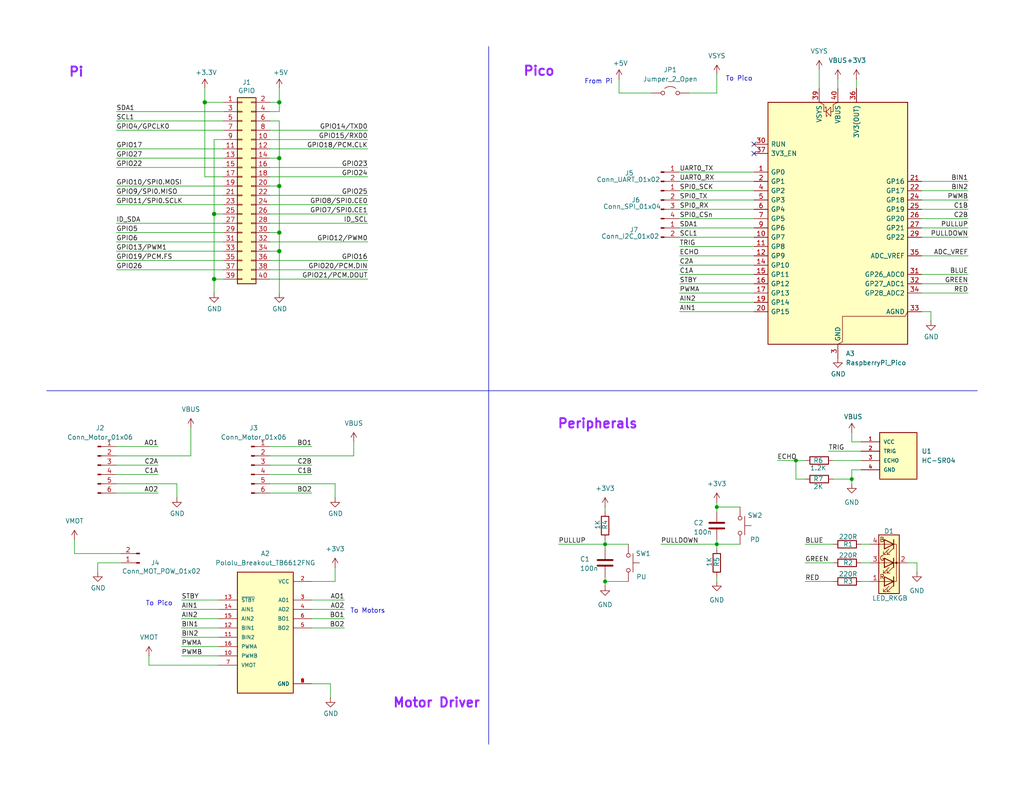
<source format=kicad_sch>
(kicad_sch (version 20250114) (generator "eeschema") (generator_version "9.0")
  (paper "USLetter")
  (title_block (title "R1B Motor Controller") (date "2025-07-20") (rev "0") (company "UCA"))
  (lib_symbols
    (symbol "Connector:Conn_01x02_Pin" (pin_names (offset 1.016) (hide yes))
      (property "Reference" "J" (at 0 2.54 0))
      (property "Value" "Conn_01x02_Pin" (at 0 -5.08 0))
      (symbol "Conn_01x02_Pin_1_1"
        (rectangle (start 0.8636 0.127) (end 0 -0.127) (stroke (width 0.1524)) (fill (type outline)))
        (rectangle (start 0.8636 -2.413) (end 0 -2.667) (stroke (width 0.1524)) (fill (type outline)))
        (polyline (pts (xy 1.27 0) (xy 0.8636 0)) (stroke (width 0.1524)))
        (polyline (pts (xy 1.27 -2.54) (xy 0.8636 -2.54)) (stroke (width 0.1524)))
        (pin passive line (at 5.08 0 180) (length 3.81) (name "Pin_1") (number "1"))
        (pin passive line (at 5.08 -2.54 180) (length 3.81) (name "Pin_2") (number "2"))
      )
    )
    (symbol "Connector:Conn_01x04_Pin" (pin_names (offset 1.016) (hide yes))
      (property "Reference" "J" (at 0 5.08 0))
      (property "Value" "Conn_01x04_Pin" (at 0 -7.62 0))
      (symbol "Conn_01x04_Pin_1_1"
        (rectangle (start 0.8636 2.667) (end 0 2.413) (stroke (width 0.1524)) (fill (type outline)))
        (rectangle (start 0.8636 0.127) (end 0 -0.127) (stroke (width 0.1524)) (fill (type outline)))
        (rectangle (start 0.8636 -2.413) (end 0 -2.667) (stroke (width 0.1524)) (fill (type outline)))
        (rectangle (start 0.8636 -4.953) (end 0 -5.207) (stroke (width 0.1524)) (fill (type outline)))
        (polyline (pts (xy 1.27 2.54) (xy 0.8636 2.54)) (stroke (width 0.1524)))
        (polyline (pts (xy 1.27 0) (xy 0.8636 0)) (stroke (width 0.1524)))
        (polyline (pts (xy 1.27 -2.54) (xy 0.8636 -2.54)) (stroke (width 0.1524)))
        (polyline (pts (xy 1.27 -5.08) (xy 0.8636 -5.08)) (stroke (width 0.1524)))
        (pin passive line (at 5.08 2.54 180) (length 3.81) (name "Pin_1") (number "1"))
        (pin passive line (at 5.08 0 180) (length 3.81) (name "Pin_2") (number "2"))
        (pin passive line (at 5.08 -2.54 180) (length 3.81) (name "Pin_3") (number "3"))
        (pin passive line (at 5.08 -5.08 180) (length 3.81) (name "Pin_4") (number "4"))
      )
    )
    (symbol "Connector:Conn_01x06_Pin" (pin_names (offset 1.016) (hide yes))
      (property "Reference" "J" (at 0 7.62 0))
      (property "Value" "Conn_01x06_Pin" (at 0 -10.16 0))
      (symbol "Conn_01x06_Pin_1_1"
        (rectangle (start 0.8636 5.207) (end 0 4.953) (stroke (width 0.1524)) (fill (type outline)))
        (rectangle (start 0.8636 2.667) (end 0 2.413) (stroke (width 0.1524)) (fill (type outline)))
        (rectangle (start 0.8636 0.127) (end 0 -0.127) (stroke (width 0.1524)) (fill (type outline)))
        (rectangle (start 0.8636 -2.413) (end 0 -2.667) (stroke (width 0.1524)) (fill (type outline)))
        (rectangle (start 0.8636 -4.953) (end 0 -5.207) (stroke (width 0.1524)) (fill (type outline)))
        (rectangle (start 0.8636 -7.493) (end 0 -7.747) (stroke (width 0.1524)) (fill (type outline)))
        (polyline (pts (xy 1.27 5.08) (xy 0.8636 5.08)) (stroke (width 0.1524)))
        (polyline (pts (xy 1.27 2.54) (xy 0.8636 2.54)) (stroke (width 0.1524)))
        (polyline (pts (xy 1.27 0) (xy 0.8636 0)) (stroke (width 0.1524)))
        (polyline (pts (xy 1.27 -2.54) (xy 0.8636 -2.54)) (stroke (width 0.1524)))
        (polyline (pts (xy 1.27 -5.08) (xy 0.8636 -5.08)) (stroke (width 0.1524)))
        (polyline (pts (xy 1.27 -7.62) (xy 0.8636 -7.62)) (stroke (width 0.1524)))
        (pin passive line (at 5.08 5.08 180) (length 3.81) (name "Pin_1") (number "1"))
        (pin passive line (at 5.08 2.54 180) (length 3.81) (name "Pin_2") (number "2"))
        (pin passive line (at 5.08 0 180) (length 3.81) (name "Pin_3") (number "3"))
        (pin passive line (at 5.08 -2.54 180) (length 3.81) (name "Pin_4") (number "4"))
        (pin passive line (at 5.08 -5.08 180) (length 3.81) (name "Pin_5") (number "5"))
        (pin passive line (at 5.08 -7.62 180) (length 3.81) (name "Pin_6") (number "6"))
      )
    )
    (symbol "Connector_Generic:Conn_02x20_Odd_Even" (pin_names (offset 1.016) (hide yes))
      (property "Reference" "J" (at 1.27 25.4 0))
      (property "Value" "Conn_02x20_Odd_Even" (at 1.27 -27.94 0))
      (symbol "Conn_02x20_Odd_Even_1_1"
        (rectangle (start -1.27 24.13) (end 3.81 -26.67) (stroke (width 0.254)) (fill (type background)))
        (rectangle (start -1.27 22.987) (end 0 22.733) (stroke (width 0.1524)))
        (rectangle (start -1.27 20.447) (end 0 20.193) (stroke (width 0.1524)))
        (rectangle (start -1.27 17.907) (end 0 17.653) (stroke (width 0.1524)))
        (rectangle (start -1.27 15.367) (end 0 15.113) (stroke (width 0.1524)))
        (rectangle (start -1.27 12.827) (end 0 12.573) (stroke (width 0.1524)))
        (rectangle (start -1.27 10.287) (end 0 10.033) (stroke (width 0.1524)))
        (rectangle (start -1.27 7.747) (end 0 7.493) (stroke (width 0.1524)))
        (rectangle (start -1.27 5.207) (end 0 4.953) (stroke (width 0.1524)))
        (rectangle (start -1.27 2.667) (end 0 2.413) (stroke (width 0.1524)))
        (rectangle (start -1.27 0.127) (end 0 -0.127) (stroke (width 0.1524)))
        (rectangle (start -1.27 -2.413) (end 0 -2.667) (stroke (width 0.1524)))
        (rectangle (start -1.27 -4.953) (end 0 -5.207) (stroke (width 0.1524)))
        (rectangle (start -1.27 -7.493) (end 0 -7.747) (stroke (width 0.1524)))
        (rectangle (start -1.27 -10.033) (end 0 -10.287) (stroke (width 0.1524)))
        (rectangle (start -1.27 -12.573) (end 0 -12.827) (stroke (width 0.1524)))
        (rectangle (start -1.27 -15.113) (end 0 -15.367) (stroke (width 0.1524)))
        (rectangle (start -1.27 -17.653) (end 0 -17.907) (stroke (width 0.1524)))
        (rectangle (start -1.27 -20.193) (end 0 -20.447) (stroke (width 0.1524)))
        (rectangle (start -1.27 -22.733) (end 0 -22.987) (stroke (width 0.1524)))
        (rectangle (start -1.27 -25.273) (end 0 -25.527) (stroke (width 0.1524)))
        (rectangle (start 3.81 22.987) (end 2.54 22.733) (stroke (width 0.1524)))
        (rectangle (start 3.81 20.447) (end 2.54 20.193) (stroke (width 0.1524)))
        (rectangle (start 3.81 17.907) (end 2.54 17.653) (stroke (width 0.1524)))
        (rectangle (start 3.81 15.367) (end 2.54 15.113) (stroke (width 0.1524)))
        (rectangle (start 3.81 12.827) (end 2.54 12.573) (stroke (width 0.1524)))
        (rectangle (start 3.81 10.287) (end 2.54 10.033) (stroke (width 0.1524)))
        (rectangle (start 3.81 7.747) (end 2.54 7.493) (stroke (width 0.1524)))
        (rectangle (start 3.81 5.207) (end 2.54 4.953) (stroke (width 0.1524)))
        (rectangle (start 3.81 2.667) (end 2.54 2.413) (stroke (width 0.1524)))
        (rectangle (start 3.81 0.127) (end 2.54 -0.127) (stroke (width 0.1524)))
        (rectangle (start 3.81 -2.413) (end 2.54 -2.667) (stroke (width 0.1524)))
        (rectangle (start 3.81 -4.953) (end 2.54 -5.207) (stroke (width 0.1524)))
        (rectangle (start 3.81 -7.493) (end 2.54 -7.747) (stroke (width 0.1524)))
        (rectangle (start 3.81 -10.033) (end 2.54 -10.287) (stroke (width 0.1524)))
        (rectangle (start 3.81 -12.573) (end 2.54 -12.827) (stroke (width 0.1524)))
        (rectangle (start 3.81 -15.113) (end 2.54 -15.367) (stroke (width 0.1524)))
        (rectangle (start 3.81 -17.653) (end 2.54 -17.907) (stroke (width 0.1524)))
        (rectangle (start 3.81 -20.193) (end 2.54 -20.447) (stroke (width 0.1524)))
        (rectangle (start 3.81 -22.733) (end 2.54 -22.987) (stroke (width 0.1524)))
        (rectangle (start 3.81 -25.273) (end 2.54 -25.527) (stroke (width 0.1524)))
        (pin passive line (at -5.08 22.86 0) (length 3.81) (name "Pin_1") (number "1"))
        (pin passive line (at -5.08 20.32 0) (length 3.81) (name "Pin_3") (number "3"))
        (pin passive line (at -5.08 17.78 0) (length 3.81) (name "Pin_5") (number "5"))
        (pin passive line (at -5.08 15.24 0) (length 3.81) (name "Pin_7") (number "7"))
        (pin passive line (at -5.08 12.7 0) (length 3.81) (name "Pin_9") (number "9"))
        (pin passive line (at -5.08 10.16 0) (length 3.81) (name "Pin_11") (number "11"))
        (pin passive line (at -5.08 7.62 0) (length 3.81) (name "Pin_13") (number "13"))
        (pin passive line (at -5.08 5.08 0) (length 3.81) (name "Pin_15") (number "15"))
        (pin passive line (at -5.08 2.54 0) (length 3.81) (name "Pin_17") (number "17"))
        (pin passive line (at -5.08 0 0) (length 3.81) (name "Pin_19") (number "19"))
        (pin passive line (at -5.08 -2.54 0) (length 3.81) (name "Pin_21") (number "21"))
        (pin passive line (at -5.08 -5.08 0) (length 3.81) (name "Pin_23") (number "23"))
        (pin passive line (at -5.08 -7.62 0) (length 3.81) (name "Pin_25") (number "25"))
        (pin passive line (at -5.08 -10.16 0) (length 3.81) (name "Pin_27") (number "27"))
        (pin passive line (at -5.08 -12.7 0) (length 3.81) (name "Pin_29") (number "29"))
        (pin passive line (at -5.08 -15.24 0) (length 3.81) (name "Pin_31") (number "31"))
        (pin passive line (at -5.08 -17.78 0) (length 3.81) (name "Pin_33") (number "33"))
        (pin passive line (at -5.08 -20.32 0) (length 3.81) (name "Pin_35") (number "35"))
        (pin passive line (at -5.08 -22.86 0) (length 3.81) (name "Pin_37") (number "37"))
        (pin passive line (at -5.08 -25.4 0) (length 3.81) (name "Pin_39") (number "39"))
        (pin passive line (at 7.62 22.86 180) (length 3.81) (name "Pin_2") (number "2"))
        (pin passive line (at 7.62 20.32 180) (length 3.81) (name "Pin_4") (number "4"))
        (pin passive line (at 7.62 17.78 180) (length 3.81) (name "Pin_6") (number "6"))
        (pin passive line (at 7.62 15.24 180) (length 3.81) (name "Pin_8") (number "8"))
        (pin passive line (at 7.62 12.7 180) (length 3.81) (name "Pin_10") (number "10"))
        (pin passive line (at 7.62 10.16 180) (length 3.81) (name "Pin_12") (number "12"))
        (pin passive line (at 7.62 7.62 180) (length 3.81) (name "Pin_14") (number "14"))
        (pin passive line (at 7.62 5.08 180) (length 3.81) (name "Pin_16") (number "16"))
        (pin passive line (at 7.62 2.54 180) (length 3.81) (name "Pin_18") (number "18"))
        (pin passive line (at 7.62 0 180) (length 3.81) (name "Pin_20") (number "20"))
        (pin passive line (at 7.62 -2.54 180) (length 3.81) (name "Pin_22") (number "22"))
        (pin passive line (at 7.62 -5.08 180) (length 3.81) (name "Pin_24") (number "24"))
        (pin passive line (at 7.62 -7.62 180) (length 3.81) (name "Pin_26") (number "26"))
        (pin passive line (at 7.62 -10.16 180) (length 3.81) (name "Pin_28") (number "28"))
        (pin passive line (at 7.62 -12.7 180) (length 3.81) (name "Pin_30") (number "30"))
        (pin passive line (at 7.62 -15.24 180) (length 3.81) (name "Pin_32") (number "32"))
        (pin passive line (at 7.62 -17.78 180) (length 3.81) (name "Pin_34") (number "34"))
        (pin passive line (at 7.62 -20.32 180) (length 3.81) (name "Pin_36") (number "36"))
        (pin passive line (at 7.62 -22.86 180) (length 3.81) (name "Pin_38") (number "38"))
        (pin passive line (at 7.62 -25.4 180) (length 3.81) (name "Pin_40") (number "40"))
      )
    )
    (symbol "Device:C" (pin_numbers (hide yes)) (pin_names (offset 0.254))
      (property "Reference" "C" (at 0.635 2.54 0))
      (property "Value" "C" (at 0.635 -2.54 0))
      (symbol "C_0_1"
        (polyline (pts (xy -2.032 0.762) (xy 2.032 0.762)) (stroke (width 0.508)))
        (polyline (pts (xy -2.032 -0.762) (xy 2.032 -0.762)) (stroke (width 0.508)))
      )
      (symbol "C_1_1"
        (pin passive line (at 0 3.81 270) (length 2.794) (name "~") (number "1"))
        (pin passive line (at 0 -3.81 90) (length 2.794) (name "~") (number "2"))
      )
    )
    (symbol "Device:LED_RKGB" (pin_names (offset 0) (hide yes))
      (property "Reference" "D" (at 0 9.398 0))
      (property "Value" "LED_RKGB" (at 0 -8.89 0))
      (symbol "LED_RKGB_0_0"
        (text "R" (at 1.905 3.81 0) (effects (font (size 1.27 1.27))))
        (text "G" (at 1.905 -1.27 0) (effects (font (size 1.27 1.27))))
        (text "B" (at 1.905 -6.35 0) (effects (font (size 1.27 1.27))))
      )
      (symbol "LED_RKGB_0_1"
        (circle (center -2.032 0) (radius 0.254) (fill (type outline)))
        (polyline (pts (xy -1.27 6.35) (xy -1.27 3.81)) (stroke (width 0.254)))
        (polyline (pts (xy -1.27 6.35) (xy -1.27 3.81) (xy -1.27 3.81)))
        (polyline (pts (xy -1.27 5.08) (xy 1.27 5.08)))
        (polyline (pts (xy -1.27 5.08) (xy -2.032 5.08) (xy -2.032 -5.08) (xy -1.016 -5.08)))
        (polyline (pts (xy -1.27 1.27) (xy -1.27 -1.27)) (stroke (width 0.254)))
        (polyline (pts (xy -1.27 1.27) (xy -1.27 -1.27) (xy -1.27 -1.27)))
        (polyline (pts (xy -1.27 0) (xy -2.54 0)))
        (polyline (pts (xy -1.27 -3.81) (xy -1.27 -6.35)) (stroke (width 0.254)))
        (polyline (pts (xy -1.27 -5.08) (xy 1.27 -5.08)))
        (polyline (pts (xy -1.016 6.35) (xy 0.508 7.874) (xy -0.254 7.874) (xy 0.508 7.874) (xy 0.508 7.112)))
        (polyline (pts (xy -1.016 1.27) (xy 0.508 2.794) (xy -0.254 2.794) (xy 0.508 2.794) (xy 0.508 2.032)))
        (polyline (pts (xy -1.016 -3.81) (xy 0.508 -2.286) (xy -0.254 -2.286) (xy 0.508 -2.286) (xy 0.508 -3.048)))
        (polyline (pts (xy 0 6.35) (xy 1.524 7.874) (xy 0.762 7.874) (xy 1.524 7.874) (xy 1.524 7.112)))
        (polyline (pts (xy 0 1.27) (xy 1.524 2.794) (xy 0.762 2.794) (xy 1.524 2.794) (xy 1.524 2.032)))
        (polyline (pts (xy 0 -3.81) (xy 1.524 -2.286) (xy 0.762 -2.286) (xy 1.524 -2.286) (xy 1.524 -3.048)))
        (polyline (pts (xy 1.27 6.35) (xy 1.27 3.81) (xy -1.27 5.08) (xy 1.27 6.35)) (stroke (width 0.254)))
        (rectangle (start 1.27 6.35) (end 1.27 6.35))
        (polyline (pts (xy 1.27 5.08) (xy 2.54 5.08)))
        (rectangle (start 1.27 3.81) (end 1.27 6.35))
        (polyline (pts (xy 1.27 1.27) (xy 1.27 -1.27) (xy -1.27 0) (xy 1.27 1.27)) (stroke (width 0.254)))
        (rectangle (start 1.27 1.27) (end 1.27 1.27))
        (polyline (pts (xy 1.27 0) (xy -1.27 0)))
        (polyline (pts (xy 1.27 0) (xy 2.54 0)))
        (rectangle (start 1.27 -1.27) (end 1.27 1.27))
        (polyline (pts (xy 1.27 -3.81) (xy 1.27 -6.35) (xy -1.27 -5.08) (xy 1.27 -3.81)) (stroke (width 0.254)))
        (polyline (pts (xy 1.27 -5.08) (xy 2.54 -5.08)))
        (rectangle (start 2.794 8.382) (end -2.794 -7.62) (stroke (width 0.254)) (fill (type background)))
      )
      (symbol "LED_RKGB_1_1"
        (pin passive line (at -5.08 0 0) (length 2.54) (name "K") (number "2"))
        (pin passive line (at 5.08 5.08 180) (length 2.54) (name "RA") (number "1"))
        (pin passive line (at 5.08 0 180) (length 2.54) (name "GA") (number "3"))
        (pin passive line (at 5.08 -5.08 180) (length 2.54) (name "BA") (number "4"))
      )
    )
    (symbol "Device:R" (pin_numbers (hide yes)) (pin_names (offset 0))
      (property "Reference" "R" (at 2.032 0 90))
      (property "Value" "R" (at 0 0 90))
      (symbol "R_0_1"
        (rectangle (start -1.016 -2.54) (end 1.016 2.54) (stroke (width 0.254)))
      )
      (symbol "R_1_1"
        (pin passive line (at 0 3.81 270) (length 1.27) (name "~") (number "1"))
        (pin passive line (at 0 -3.81 90) (length 1.27) (name "~") (number "2"))
      )
    )
    (symbol "HC-SR04:HC-SR04" (pin_names (offset 1.016))
      (property "Reference" "U" (at 0 5.0813 0))
      (property "Value" "HC-SR04" (at 0 -10.163 0))
      (symbol "HC-SR04_0_0"
        (rectangle (start 0 -7.62) (end 10.16 5.08) (stroke (width 0.254)) (fill (type background)))
        (pin power_in line (at -5.08 2.54 0) (length 5.08) (name "VCC") (number "1"))
        (pin bidirectional line (at -5.08 0 0) (length 5.08) (name "TRIG") (number "2"))
        (pin bidirectional line (at -5.08 -2.54 0) (length 5.08) (name "ECHO") (number "3"))
        (pin power_in line (at -5.08 -5.08 0) (length 5.08) (name "GND") (number "4"))
      )
    )
    (symbol "Jumper:Jumper_2_Open" (pin_numbers (hide yes)) (pin_names (offset 0) (hide yes))
      (property "Reference" "JP" (at 0 2.794 0))
      (property "Value" "Jumper_2_Open" (at 0 -2.286 0))
      (symbol "Jumper_2_Open_0_0"
        (circle (center -2.032 0) (radius 0.508))
        (circle (center 2.032 0) (radius 0.508))
      )
      (symbol "Jumper_2_Open_0_1"
        (arc (start -1.524 1.27) (mid 0 1.778) (end 1.524 1.27))
      )
      (symbol "Jumper_2_Open_1_1"
        (pin passive line (at -5.08 0 0) (length 2.54) (name "A") (number "1"))
        (pin passive line (at 5.08 0 180) (length 2.54) (name "B") (number "2"))
      )
    )
    (symbol "POLOLU-713:TB6612FNG_Breakout" (pin_names (offset 1.016))
      (property "Reference" "A" (at -7.62 15.494 0))
      (property "Value" "Pololu_Breakout_TB6612FNG" (at -7.622 -20.3255 0))
      (symbol "TB6612FNG_Breakout_0_0"
        (rectangle (start -7.62 15.24) (end 7.62 -17.78) (stroke (width 0.254)) (fill (type background)))
        (pin input line (at -12.7 7.62 0) (length 5.08) (name "~{STBY}") (number "13"))
        (pin input line (at -12.7 5.08 0) (length 5.08) (name "AIN1") (number "14"))
        (pin input line (at -12.7 2.54 0) (length 5.08) (name "AIN2") (number "15"))
        (pin input line (at -12.7 0 0) (length 5.08) (name "BIN1") (number "12"))
        (pin input line (at -12.7 -2.54 0) (length 5.08) (name "BIN2") (number "11"))
        (pin input line (at -12.7 -5.08 0) (length 5.08) (name "PWMA") (number "16"))
        (pin input line (at -12.7 -7.62 0) (length 5.08) (name "PWMB") (number "10"))
        (pin input line (at -12.7 -10.16 0) (length 5.08) (name "VMOT") (number "7"))
        (pin power_in line (at 12.7 12.7 180) (length 5.08) (name "VCC") (number "2"))
        (pin output line (at 12.7 7.62 180) (length 5.08) (name "AO1") (number "3"))
        (pin output line (at 12.7 5.08 180) (length 5.08) (name "AO2") (number "4"))
        (pin output line (at 12.7 2.54 180) (length 5.08) (name "BO1") (number "6"))
        (pin output line (at 12.7 0 180) (length 5.08) (name "BO2") (number "5"))
        (pin power_in line (at 12.7 -15.24 180) (length 5.08) (name "GND") (number "1"))
        (pin power_in line (at 12.7 -15.24 180) (length 5.08) (name "GND") (number "8"))
        (pin power_in line (at 12.7 -15.24 180) (length 5.08) (name "GND") (number "9"))
      )
    )
    (symbol "RaspberryPi_Pico:RaspberryPi_Pico" (pin_names (offset 0.762))
      (property "Reference" "A" (at -19.05 35.56 0))
      (property "Value" "RaspberryPi_Pico" (at 7.62 35.56 0))
      (symbol "RaspberryPi_Pico_0_1"
        (rectangle (start -19.05 34.29) (end 19.05 -31.75) (stroke (width 0.254)) (fill (type background)))
        (polyline (pts (xy -5.08 34.29) (xy -3.81 33.655) (xy -3.81 31.75) (xy -3.175 31.75)))
        (polyline (pts (xy -3.429 32.766) (xy -3.429 33.02) (xy -3.175 33.02) (xy -3.175 30.48) (xy -2.921 30.48) (xy -2.921 30.734)))
        (polyline (pts (xy -3.175 31.75) (xy -1.905 33.02) (xy -1.905 30.48) (xy -3.175 31.75)))
        (polyline (pts (xy 0 34.29) (xy -1.27 33.655) (xy -1.27 31.75) (xy -1.905 31.75)))
        (polyline (pts (xy 0 -31.75) (xy 1.27 -31.115) (xy 1.27 -24.13) (xy 18.415 -24.13) (xy 19.05 -22.86)))
      )
      (symbol "RaspberryPi_Pico_1_1"
        (pin passive line (at -22.86 22.86 0) (length 3.81) (name "RUN") (number "30"))
        (pin passive line (at -22.86 20.32 0) (length 3.81) (name "3V3_EN") (number "37"))
        (pin bidirectional line (at -22.86 15.24 0) (length 3.81) (name "GP0") (number "1"))
        (pin bidirectional line (at -22.86 12.7 0) (length 3.81) (name "GP1") (number "2"))
        (pin bidirectional line (at -22.86 10.16 0) (length 3.81) (name "GP2") (number "4"))
        (pin bidirectional line (at -22.86 7.62 0) (length 3.81) (name "GP3") (number "5"))
        (pin bidirectional line (at -22.86 5.08 0) (length 3.81) (name "GP4") (number "6"))
        (pin bidirectional line (at -22.86 2.54 0) (length 3.81) (name "GP5") (number "7"))
        (pin bidirectional line (at -22.86 0 0) (length 3.81) (name "GP6") (number "9"))
        (pin bidirectional line (at -22.86 -2.54 0) (length 3.81) (name "GP7") (number "10"))
        (pin bidirectional line (at -22.86 -5.08 0) (length 3.81) (name "GP8") (number "11"))
        (pin bidirectional line (at -22.86 -7.62 0) (length 3.81) (name "GP9") (number "12"))
        (pin bidirectional line (at -22.86 -10.16 0) (length 3.81) (name "GP10") (number "14"))
        (pin bidirectional line (at -22.86 -12.7 0) (length 3.81) (name "GP11") (number "15"))
        (pin bidirectional line (at -22.86 -15.24 0) (length 3.81) (name "GP12") (number "16"))
        (pin bidirectional line (at -22.86 -17.78 0) (length 3.81) (name "GP13") (number "17"))
        (pin bidirectional line (at -22.86 -20.32 0) (length 3.81) (name "GP14") (number "19"))
        (pin bidirectional line (at -22.86 -22.86 0) (length 3.81) (name "GP15") (number "20"))
        (pin power_in line (at -5.08 38.1 270) (length 3.81) (name "VSYS") (number "39"))
        (pin power_out line (at 0 38.1 270) (length 3.81) (name "VBUS") (number "40"))
        (pin passive line (at 0 -35.56 90) (length 3.81) (hide yes) (name "GND") (number "13"))
        (pin passive line (at 0 -35.56 90) (length 3.81) (hide yes) (name "GND") (number "18"))
        (pin passive line (at 0 -35.56 90) (length 3.81) (hide yes) (name "GND") (number "23"))
        (pin passive line (at 0 -35.56 90) (length 3.81) (hide yes) (name "GND") (number "28"))
        (pin power_out line (at 0 -35.56 90) (length 3.81) (name "GND") (number "3"))
        (pin passive line (at 0 -35.56 90) (length 3.81) (hide yes) (name "GND") (number "38"))
        (pin passive line (at 0 -35.56 90) (length 3.81) (hide yes) (name "GND") (number "8"))
        (pin power_out line (at 5.08 38.1 270) (length 3.81) (name "3V3(OUT)") (number "36"))
        (pin bidirectional line (at 22.86 12.7 180) (length 3.81) (name "GP16") (number "21"))
        (pin bidirectional line (at 22.86 10.16 180) (length 3.81) (name "GP17") (number "22"))
        (pin bidirectional line (at 22.86 7.62 180) (length 3.81) (name "GP18") (number "24"))
        (pin bidirectional line (at 22.86 5.08 180) (length 3.81) (name "GP19") (number "25"))
        (pin bidirectional line (at 22.86 2.54 180) (length 3.81) (name "GP20") (number "26"))
        (pin bidirectional line (at 22.86 0 180) (length 3.81) (name "GP21") (number "27"))
        (pin bidirectional line (at 22.86 -2.54 180) (length 3.81) (name "GP22") (number "29"))
        (pin power_in line (at 22.86 -7.62 180) (length 3.81) (name "ADC_VREF") (number "35"))
        (pin bidirectional line (at 22.86 -12.7 180) (length 3.81) (name "GP26_ADC0") (number "31"))
        (pin bidirectional line (at 22.86 -15.24 180) (length 3.81) (name "GP27_ADC1") (number "32"))
        (pin bidirectional line (at 22.86 -17.78 180) (length 3.81) (name "GP28_ADC2") (number "34"))
        (pin power_out line (at 22.86 -22.86 180) (length 3.81) (name "AGND") (number "33"))
      )
    )
    (symbol "Switch:SW_Push" (pin_numbers (hide yes)) (pin_names (offset 1.016) (hide yes))
      (property "Reference" "SW" (at 1.27 2.54 0))
      (property "Value" "SW_Push" (at 0 -1.524 0))
      (symbol "SW_Push_0_1"
        (circle (center -2.032 0) (radius 0.508))
        (polyline (pts (xy 0 1.27) (xy 0 3.048)))
        (circle (center 2.032 0) (radius 0.508))
        (polyline (pts (xy 2.54 1.27) (xy -2.54 1.27)))
        (pin passive line (at -5.08 0 0) (length 2.54) (name "1") (number "1"))
        (pin passive line (at 5.08 0 180) (length 2.54) (name "2") (number "2"))
      )
    )
    (symbol "power:+3.3V" (power) (pin_numbers (hide yes)) (pin_names (offset 0) (hide yes))
      (property "Value" "+3.3V" (at 0 3.556 0))
      (symbol "+3.3V_0_1"
        (polyline (pts (xy -0.762 1.27) (xy 0 2.54)))
        (polyline (pts (xy 0 2.54) (xy 0.762 1.27)))
        (polyline (pts (xy 0 0) (xy 0 2.54)))
      )
      (symbol "+3.3V_1_1"
        (pin power_in line (at 0 0 90) (length 0) (name "~") (number "1"))
      )
    )
    (symbol "power:+3V3" (power) (pin_numbers (hide yes)) (pin_names (offset 0) (hide yes))
      (property "Value" "+3V3" (at 0 3.556 0))
      (symbol "+3V3_0_1"
        (polyline (pts (xy -0.762 1.27) (xy 0 2.54)))
        (polyline (pts (xy 0 2.54) (xy 0.762 1.27)))
        (polyline (pts (xy 0 0) (xy 0 2.54)))
      )
      (symbol "+3V3_1_1"
        (pin power_in line (at 0 0 90) (length 0) (name "~") (number "1"))
      )
    )
    (symbol "power:+5V" (power) (pin_numbers (hide yes)) (pin_names (offset 0) (hide yes))
      (property "Value" "+5V" (at 0 3.556 0))
      (symbol "+5V_0_1"
        (polyline (pts (xy -0.762 1.27) (xy 0 2.54)))
        (polyline (pts (xy 0 2.54) (xy 0.762 1.27)))
        (polyline (pts (xy 0 0) (xy 0 2.54)))
      )
      (symbol "+5V_1_1"
        (pin power_in line (at 0 0 90) (length 0) (name "~") (number "1"))
      )
    )
    (symbol "power:GND" (power) (pin_numbers (hide yes)) (pin_names (offset 0) (hide yes))
      (property "Value" "GND" (at 0 -3.81 0))
      (symbol "GND_0_1"
        (polyline (pts (xy 0 0) (xy 0 -1.27) (xy 1.27 -1.27) (xy 0 -2.54) (xy -1.27 -1.27) (xy 0 -1.27)))
      )
      (symbol "GND_1_1"
        (pin power_in line (at 0 0 270) (length 0) (name "~") (number "1"))
      )
    )
  )
  (text "Pico" (at 147.066 19.558 0) (effects (font (size 2.54 2.54) (thickness 0.508) (bold yes))))
  (text "From Pi" (at 163.322 22.352 0) (effects (font (size 1.27 1.27))))
  (text "To Motors" (at 100.33 166.878 0) (effects (font (size 1.27 1.27))))
  (text "Peripherals" (at 163.068 115.824 0) (effects (font (size 2.54 2.54) (thickness 0.508) (bold yes))))
  (text "To Pico" (at 43.434 164.846 0) (effects (font (size 1.27 1.27))))
  (text "Motor Driver" (at 119.126 192.024 0) (effects (font (size 2.54 2.54) (thickness 0.508) (bold yes))))
  (text "To Pico" (at 201.676 21.59 0) (effects (font (size 1.27 1.27))))
  (text "Pi" (at 20.828 19.812 0) (effects (font (size 2.54 2.54) (thickness 0.508) (bold yes))))
  (junction (at 195.58 138.43))
  (junction (at 76.2 27.94) (diameter 1.016))
  (junction (at 76.2 43.18) (diameter 1.016))
  (junction (at 217.17 125.73))
  (junction (at 165.1 158.75))
  (junction (at 232.41 130.81))
  (junction (at 165.1 148.59))
  (junction (at 58.42 76.2) (diameter 1.016))
  (junction (at 58.42 58.42) (diameter 1.016))
  (junction (at 76.2 68.58) (diameter 1.016))
  (junction (at 195.58 148.59))
  (junction (at 76.2 63.5) (diameter 1.016))
  (junction (at 76.2 50.8) (diameter 1.016))
  (junction (at 55.88 27.94) (diameter 1.016))
  (no_connect (at 205.74 41.91))
  (no_connect (at 205.74 39.37))
  (wire (pts (xy 201.93 148.59) (xy 195.58 148.59)))
  (wire (pts (xy 58.42 58.42) (xy 58.42 76.2)))
  (wire (pts (xy 73.66 58.42) (xy 100.33 58.42)))
  (wire (pts (xy 73.66 124.46) (xy 96.52 124.46)))
  (wire (pts (xy 185.42 64.77) (xy 205.74 64.77)))
  (wire (pts (xy 60.96 40.64) (xy 31.75 40.64)))
  (wire (pts (xy 185.42 82.55) (xy 205.74 82.55)))
  (wire (pts (xy 49.53 163.83) (xy 59.69 163.83)))
  (wire (pts (xy 85.09 171.45) (xy 93.98 171.45)))
  (wire (pts (xy 76.2 33.02) (xy 76.2 43.18)))
  (wire (pts (xy 232.41 120.65) (xy 234.95 120.65)))
  (wire (pts (xy 195.58 157.48) (xy 195.58 158.75)))
  (wire (pts (xy 76.2 50.8) (xy 73.66 50.8)))
  (wire (pts (xy 31.75 121.92) (xy 43.18 121.92)))
  (wire (pts (xy 251.46 49.53) (xy 264.16 49.53)))
  (wire (pts (xy 232.41 128.27) (xy 232.41 130.81)))
  (wire (pts (xy 49.53 166.37) (xy 59.69 166.37)))
  (wire (pts (xy 152.4 148.59) (xy 165.1 148.59)))
  (wire (pts (xy 228.6 21.59) (xy 228.6 24.13)))
  (wire (pts (xy 73.66 134.62) (xy 85.09 134.62)))
  (wire (pts (xy 73.66 132.08) (xy 91.44 132.08)))
  (wire (pts (xy 76.2 63.5) (xy 76.2 68.58)))
  (wire (pts (xy 234.95 148.59) (xy 237.49 148.59)))
  (wire (pts (xy 185.42 46.99) (xy 205.74 46.99)))
  (wire (pts (xy 195.58 137.16) (xy 195.58 138.43)))
  (wire (pts (xy 254 85.09) (xy 254 87.63)))
  (wire (pts (xy 85.09 163.83) (xy 93.98 163.83)))
  (wire (pts (xy 76.2 50.8) (xy 76.2 63.5)))
  (wire (pts (xy 73.66 129.54) (xy 85.09 129.54)))
  (wire (pts (xy 73.66 35.56) (xy 100.33 35.56)))
  (wire (pts (xy 52.07 116.84) (xy 52.07 124.46)))
  (wire (pts (xy 58.42 38.1) (xy 58.42 58.42)))
  (wire (pts (xy 247.65 153.67) (xy 250.19 153.67)))
  (wire (pts (xy 85.09 186.69) (xy 90.17 186.69)))
  (wire (pts (xy 58.42 38.1) (xy 60.96 38.1)))
  (wire (pts (xy 33.02 153.67) (xy 26.67 153.67)))
  (wire (pts (xy 251.46 77.47) (xy 264.16 77.47)))
  (wire (pts (xy 234.95 153.67) (xy 237.49 153.67)))
  (wire (pts (xy 73.66 55.88) (xy 100.33 55.88)))
  (wire (pts (xy 195.58 25.4) (xy 195.58 20.32)))
  (wire (pts (xy 165.1 157.48) (xy 165.1 158.75)))
  (wire (pts (xy 85.09 158.75) (xy 91.44 158.75)))
  (wire (pts (xy 60.96 60.96) (xy 31.75 60.96)))
  (wire (pts (xy 185.42 67.31) (xy 205.74 67.31)))
  (wire (pts (xy 31.75 63.5) (xy 60.96 63.5)))
  (wire (pts (xy 251.46 69.85) (xy 264.16 69.85)))
  (wire (pts (xy 85.09 168.91) (xy 93.98 168.91)))
  (wire (pts (xy 251.46 85.09) (xy 254 85.09)))
  (wire (pts (xy 58.42 58.42) (xy 60.96 58.42)))
  (wire (pts (xy 31.75 127) (xy 43.18 127)))
  (wire (pts (xy 251.46 54.61) (xy 264.16 54.61)))
  (wire (pts (xy 195.58 148.59) (xy 195.58 147.32)))
  (wire (pts (xy 73.66 45.72) (xy 100.33 45.72)))
  (wire (pts (xy 49.53 176.53) (xy 59.69 176.53)))
  (wire (pts (xy 232.41 130.81) (xy 232.41 132.08)))
  (wire (pts (xy 91.44 132.08) (xy 91.44 135.89)))
  (wire (pts (xy 73.66 76.2) (xy 100.33 76.2)))
  (wire (pts (xy 58.42 76.2) (xy 58.42 80.01)))
  (wire (pts (xy 31.75 43.18) (xy 60.96 43.18)))
  (wire (pts (xy 49.53 171.45) (xy 59.69 171.45)))
  (wire (pts (xy 185.42 59.69) (xy 205.74 59.69)))
  (wire (pts (xy 219.71 158.75) (xy 227.33 158.75)))
  (wire (pts (xy 55.88 24.13) (xy 55.88 27.94)))
  (wire (pts (xy 251.46 52.07) (xy 264.16 52.07)))
  (wire (pts (xy 20.32 151.13) (xy 33.02 151.13)))
  (wire (pts (xy 251.46 57.15) (xy 264.16 57.15)))
  (wire (pts (xy 185.42 77.47) (xy 205.74 77.47)))
  (wire (pts (xy 165.1 147.32) (xy 165.1 148.59)))
  (wire (pts (xy 40.64 181.61) (xy 59.69 181.61)))
  (wire (pts (xy 165.1 148.59) (xy 165.1 149.86)))
  (wire (pts (xy 76.2 68.58) (xy 73.66 68.58)))
  (wire (pts (xy 226.06 123.19) (xy 234.95 123.19)))
  (wire (pts (xy 49.53 179.07) (xy 59.69 179.07)))
  (wire (pts (xy 31.75 33.02) (xy 60.96 33.02)))
  (wire (pts (xy 31.75 55.88) (xy 60.96 55.88)))
  (wire (pts (xy 232.41 118.11) (xy 232.41 120.65)))
  (wire (pts (xy 233.68 21.59) (xy 233.68 24.13)))
  (wire (pts (xy 49.53 173.99) (xy 59.69 173.99)))
  (wire (pts (xy 26.67 153.67) (xy 26.67 156.21)))
  (wire (pts (xy 55.88 48.26) (xy 60.96 48.26)))
  (wire (pts (xy 60.96 30.48) (xy 31.75 30.48)))
  (wire (pts (xy 185.42 54.61) (xy 205.74 54.61)))
  (wire (pts (xy 76.2 27.94) (xy 76.2 30.48)))
  (wire (pts (xy 185.42 57.15) (xy 205.74 57.15)))
  (wire (pts (xy 185.42 72.39) (xy 205.74 72.39)))
  (wire (pts (xy 217.17 130.81) (xy 217.17 125.73)))
  (wire (pts (xy 76.2 43.18) (xy 76.2 50.8)))
  (wire (pts (xy 250.19 153.67) (xy 250.19 156.21)))
  (wire (pts (xy 96.52 124.46) (xy 96.52 120.65)))
  (wire (pts (xy 73.66 40.64) (xy 100.33 40.64)))
  (wire (pts (xy 234.95 128.27) (xy 232.41 128.27)))
  (wire (pts (xy 76.2 43.18) (xy 73.66 43.18)))
  (wire (pts (xy 185.42 80.01) (xy 205.74 80.01)))
  (polyline (pts (xy 12.7 106.68) (xy 266.7 106.68)))
  (wire (pts (xy 76.2 24.13) (xy 76.2 27.94)))
  (wire (pts (xy 31.75 35.56) (xy 60.96 35.56)))
  (wire (pts (xy 76.2 27.94) (xy 73.66 27.94)))
  (wire (pts (xy 55.88 27.94) (xy 55.88 48.26)))
  (wire (pts (xy 165.1 158.75) (xy 171.45 158.75)))
  (wire (pts (xy 73.66 48.26) (xy 100.33 48.26)))
  (wire (pts (xy 73.66 38.1) (xy 100.33 38.1)))
  (wire (pts (xy 227.33 125.73) (xy 234.95 125.73)))
  (wire (pts (xy 31.75 45.72) (xy 60.96 45.72)))
  (wire (pts (xy 185.42 62.23) (xy 205.74 62.23)))
  (wire (pts (xy 31.75 53.34) (xy 60.96 53.34)))
  (wire (pts (xy 31.75 134.62) (xy 43.18 134.62)))
  (wire (pts (xy 185.42 74.93) (xy 205.74 74.93)))
  (wire (pts (xy 48.26 132.08) (xy 48.26 135.89)))
  (wire (pts (xy 31.75 66.04) (xy 60.96 66.04)))
  (wire (pts (xy 227.33 130.81) (xy 232.41 130.81)))
  (wire (pts (xy 76.2 30.48) (xy 73.66 30.48)))
  (wire (pts (xy 223.52 19.05) (xy 223.52 24.13)))
  (wire (pts (xy 31.75 71.12) (xy 60.96 71.12)))
  (wire (pts (xy 73.66 71.12) (xy 100.33 71.12)))
  (wire (pts (xy 90.17 186.69) (xy 90.17 190.5)))
  (wire (pts (xy 180.34 148.59) (xy 195.58 148.59)))
  (wire (pts (xy 73.66 66.04) (xy 100.33 66.04)))
  (wire (pts (xy 20.32 147.32) (xy 20.32 151.13)))
  (wire (pts (xy 58.42 76.2) (xy 60.96 76.2)))
  (wire (pts (xy 195.58 148.59) (xy 195.58 149.86)))
  (wire (pts (xy 73.66 73.66) (xy 100.33 73.66)))
  (wire (pts (xy 185.42 49.53) (xy 205.74 49.53)))
  (wire (pts (xy 251.46 74.93) (xy 264.16 74.93)))
  (wire (pts (xy 49.53 168.91) (xy 59.69 168.91)))
  (wire (pts (xy 76.2 33.02) (xy 73.66 33.02)))
  (wire (pts (xy 31.75 73.66) (xy 60.96 73.66)))
  (wire (pts (xy 251.46 64.77) (xy 264.16 64.77)))
  (wire (pts (xy 185.42 85.09) (xy 205.74 85.09)))
  (wire (pts (xy 85.09 166.37) (xy 93.98 166.37)))
  (wire (pts (xy 201.93 138.43) (xy 195.58 138.43)))
  (wire (pts (xy 217.17 125.73) (xy 219.71 125.73)))
  (wire (pts (xy 195.58 138.43) (xy 195.58 139.7)))
  (wire (pts (xy 165.1 158.75) (xy 165.1 160.02)))
  (wire (pts (xy 165.1 148.59) (xy 171.45 148.59)))
  (wire (pts (xy 168.91 21.59) (xy 168.91 25.4)))
  (wire (pts (xy 73.66 127) (xy 85.09 127)))
  (wire (pts (xy 40.64 179.07) (xy 40.64 181.61)))
  (wire (pts (xy 165.1 138.43) (xy 165.1 139.7)))
  (wire (pts (xy 73.66 121.92) (xy 85.09 121.92)))
  (wire (pts (xy 187.96 25.4) (xy 195.58 25.4)))
  (wire (pts (xy 76.2 68.58) (xy 76.2 80.01)))
  (wire (pts (xy 73.66 53.34) (xy 100.33 53.34)))
  (wire (pts (xy 60.96 68.58) (xy 31.75 68.58)))
  (wire (pts (xy 185.42 69.85) (xy 205.74 69.85)))
  (wire (pts (xy 31.75 132.08) (xy 48.26 132.08)))
  (wire (pts (xy 219.71 148.59) (xy 227.33 148.59)))
  (wire (pts (xy 251.46 80.01) (xy 264.16 80.01)))
  (wire (pts (xy 251.46 62.23) (xy 264.16 62.23)))
  (wire (pts (xy 76.2 63.5) (xy 73.66 63.5)))
  (wire (pts (xy 168.91 25.4) (xy 177.8 25.4)))
  (wire (pts (xy 52.07 124.46) (xy 31.75 124.46)))
  (wire (pts (xy 55.88 27.94) (xy 60.96 27.94)))
  (wire (pts (xy 219.71 153.67) (xy 227.33 153.67)))
  (wire (pts (xy 185.42 52.07) (xy 205.74 52.07)))
  (polyline (pts (xy 133.35 12.7) (xy 133.35 203.2)))
  (wire (pts (xy 91.44 158.75) (xy 91.44 154.94)))
  (wire (pts (xy 251.46 59.69) (xy 264.16 59.69)))
  (wire (pts (xy 219.71 130.81) (xy 217.17 130.81)))
  (wire (pts (xy 60.96 50.8) (xy 31.75 50.8)))
  (wire (pts (xy 73.66 60.96) (xy 100.33 60.96)))
  (wire (pts (xy 234.95 158.75) (xy 237.49 158.75)))
  (wire (pts (xy 212.09 125.73) (xy 217.17 125.73)))
  (wire (pts (xy 31.75 129.54) (xy 43.18 129.54)))
  (label "BIN2" (at 264.16 52.07 180))
  (label "SPI0_CSn" (at 185.42 59.69 0))
  (label "ID_SDA" (at 31.75 60.96 0))
  (label "PULLUP" (at 152.4 148.59 0))
  (label "GPIO6" (at 31.75 66.04 0))
  (label "BLUE" (at 264.16 74.93 180))
  (label "STBY" (at 49.53 163.83 0))
  (label "AO1" (at 43.18 121.92 180))
  (label "ID_SCL" (at 100.33 60.96 180))
  (label "GPIO5" (at 31.75 63.5 0))
  (label "GPIO21{slash}PCM.DOUT" (at 100.33 76.2 180))
  (label "UART0_TX" (at 185.42 46.99 0))
  (label "GPIO19{slash}PCM.FS" (at 31.75 71.12 0))
  (label "GPIO10{slash}SPI0.MOSI" (at 31.75 50.8 0))
  (label "C1A" (at 43.18 129.54 180))
  (label "C2B" (at 85.09 127 180))
  (label "GPIO9{slash}SPI0.MISO" (at 31.75 53.34 0))
  (label "UART0_RX" (at 185.42 49.53 0))
  (label "BO2" (at 93.98 171.45 180))
  (label "C1B" (at 264.16 57.15 180))
  (label "GPIO23" (at 100.33 45.72 180))
  (label "AIN2" (at 49.53 168.91 0))
  (label "GPIO4{slash}GPCLK0" (at 31.75 35.56 0))
  (label "AIN2" (at 185.42 82.55 0))
  (label "BLUE" (at 219.71 148.59 0))
  (label "PWMA" (at 49.53 176.53 0))
  (label "ECHO" (at 212.09 125.73 0))
  (label "GPIO27" (at 31.75 43.18 0))
  (label "RED" (at 219.71 158.75 0))
  (label "GPIO26" (at 31.75 73.66 0))
  (label "GPIO14{slash}TXD0" (at 100.33 35.56 180))
  (label "GPIO8{slash}SPI0.CE0" (at 100.33 55.88 180))
  (label "GPIO15{slash}RXD0" (at 100.33 38.1 180))
  (label "GPIO16" (at 100.33 71.12 180))
  (label "STBY" (at 185.42 77.47 0))
  (label "AO2" (at 93.98 166.37 180))
  (label "C2A" (at 185.42 72.39 0))
  (label "TRIG" (at 226.06 123.19 0))
  (label "SPI0_TX" (at 185.42 54.61 0))
  (label "SPI0_SCK" (at 185.42 52.07 0))
  (label "SCL1" (at 185.42 64.77 0))
  (label "PULLUP" (at 264.16 62.23 180))
  (label "BIN1" (at 264.16 49.53 180))
  (label "GPIO22" (at 31.75 45.72 0))
  (label "SDA1" (at 31.75 30.48 0))
  (label "BO1" (at 85.09 121.92 180))
  (label "GPIO17" (at 31.75 40.64 0))
  (label "ECHO" (at 185.42 69.85 0))
  (label "GPIO25" (at 100.33 53.34 180))
  (label "PULLDOWN" (at 180.34 148.59 0))
  (label "C1A" (at 185.42 74.93 0))
  (label "SCL1" (at 31.75 33.02 0))
  (label "PWMB" (at 49.53 179.07 0))
  (label "GPIO18{slash}PCM.CLK" (at 100.33 40.64 180))
  (label "PWMA" (at 185.42 80.01 0))
  (label "GPIO12{slash}PWM0" (at 100.33 66.04 180))
  (label "ADC_VREF" (at 264.16 69.85 180))
  (label "PWMB" (at 264.16 54.61 180))
  (label "GPIO13{slash}PWM1" (at 31.75 68.58 0))
  (label "GPIO20{slash}PCM.DIN" (at 100.33 73.66 180))
  (label "GPIO24" (at 100.33 48.26 180))
  (label "GPIO7{slash}SPI0.CE1" (at 100.33 58.42 180))
  (label "GREEN" (at 219.71 153.67 0))
  (label "BO1" (at 93.98 168.91 180))
  (label "BIN1" (at 49.53 171.45 0))
  (label "GREEN" (at 264.16 77.47 180))
  (label "C2A" (at 43.18 127 180))
  (label "AIN1" (at 49.53 166.37 0))
  (label "SPI0_RX" (at 185.42 57.15 0))
  (label "SDA1" (at 185.42 62.23 0))
  (label "RED" (at 264.16 80.01 180))
  (label "AO1" (at 93.98 163.83 180))
  (label "AIN1" (at 185.42 85.09 0))
  (label "TRIG" (at 185.42 67.31 0))
  (label "C1B" (at 85.09 129.54 180))
  (label "BO2" (at 85.09 134.62 180))
  (label "C2B" (at 264.16 59.69 180))
  (label "AO2" (at 43.18 134.62 180))
  (label "PULLDOWN" (at 264.16 64.77 180))
  (label "GPIO11{slash}SPI0.SCLK" (at 31.75 55.88 0))
  (label "BIN2" (at 49.53 173.99 0))
  (symbol (lib_id "power:+5V") (at 76.2 24.13 0) (unit 1)
    (property "Reference" "#PWR01" (effects (hide yes)))
    (property "Value" "+5V" (at 76.5683 19.8056 0))
    (property "Description" "Power symbol creates a global label with name \"+5V\"" (effects (hide yes)))
  )
  (symbol (lib_id "power:+3.3V") (at 55.88 24.13 0) (unit 1)
    (property "Reference" "#PWR04" (effects (hide yes)))
    (property "Value" "+3.3V" (at 56.2483 19.8056 0))
    (property "Description" "Power symbol creates a global label with name \"+3.3V\"" (effects (hide yes)))
  )
  (symbol (lib_id "power:GND") (at 76.2 80.01 0) (unit 1)
    (property "Reference" "#PWR02" (effects (hide yes)))
    (property "Value" "GND" (at 76.3143 84.3344 0))
    (property "Description" "Power symbol creates a global label with name \"GND\" , ground" (effects (hide yes)))
  )
  (symbol (lib_id "power:GND") (at 58.42 80.01 0) (unit 1)
    (property "Reference" "#PWR03" (effects (hide yes)))
    (property "Value" "GND" (at 58.5343 84.3344 0))
    (property "Description" "Power symbol creates a global label with name \"GND\" , ground" (effects (hide yes)))
  )
  (symbol (lib_id "Connector_Generic:Conn_02x20_Odd_Even") (at 66.04 50.8 0) (unit 1)
    (property "Reference" "J1" (at 67.31 22.4598 0))
    (property "Value" "GPIO" (at 67.31 24.765 0))
    (property "Footprint" "Connector_PinSocket_2.54mm:PinSocket_2x20_P2.54mm_Vertical" (effects (hide yes)))
    (property "Description" "Generic connector, double row, 02x20, odd/even pin numbering scheme (row 1 odd numbers, row 2 even numbers), script generated (kicad-library-utils/schlib/autogen/connector/)" (effects (hide yes)))
  )
  (symbol (lib_id "Device:R") (at 231.14 148.59 90) (unit 1)
    (property "Reference" "R1" (at 231.394 148.59 90))
    (property "Value" "220R" (at 231.394 146.558 90))
    (property "Footprint" "Resistor_THT:R_Axial_DIN0207_L6.3mm_D2.5mm_P7.62mm_Horizontal" (effects (hide yes)))
    (property "Description" "Resistor" (effects (hide yes)))
  )
  (symbol (lib_id "power:GND") (at 250.19 156.21 0) (unit 1)
    (property "Reference" "#PWR05" (effects (hide yes)))
    (property "Value" "GND" (at 250.19 161.29 0))
    (property "Description" "Power symbol creates a global label with name \"GND\" , ground" (effects (hide yes)))
  )
  (symbol (lib_id "Device:R") (at 195.58 153.67 180) (unit 1)
    (property "Reference" "R5" (at 195.58 153.416 90))
    (property "Value" "1K" (at 193.548 153.416 90))
    (property "Footprint" "Resistor_THT:R_Axial_DIN0207_L6.3mm_D2.5mm_P7.62mm_Horizontal" (effects (hide yes)))
    (property "Description" "Resistor" (effects (hide yes)))
  )
  (symbol (lib_id "Device:C") (at 165.1 153.67 180) (unit 1)
    (property "Reference" "C1" (at 158.242 152.654 0) (effects (justify right)))
    (property "Value" "100n" (at 158.242 155.194 0) (effects (justify right)))
    (property "Footprint" "Capacitor_THT:C_Disc_D4.7mm_W2.5mm_P5.00mm" (effects (hide yes)))
    (property "Description" "Unpolarized capacitor" (effects (hide yes)))
  )
  (symbol (lib_id "Device:R") (at 223.52 125.73 270) (unit 1)
    (property "Reference" "R6" (at 223.266 125.73 90))
    (property "Value" "1.2K" (at 223.266 127.762 90))
    (property "Footprint" "Resistor_THT:R_Axial_DIN0207_L6.3mm_D2.5mm_P7.62mm_Horizontal" (effects (hide yes)))
    (property "Description" "Resistor" (effects (hide yes)))
  )
  (symbol (lib_id "power:+3V3") (at 195.58 137.16 0) (unit 1)
    (property "Reference" "#PWR010" (effects (hide yes)))
    (property "Value" "+3V3" (at 195.58 132.08 0))
    (property "Description" "Power symbol creates a global label with name \"+3V3\"" (effects (hide yes)))
  )
  (symbol (lib_id "Device:R") (at 231.14 158.75 90) (unit 1)
    (property "Reference" "R3" (at 231.394 158.75 90))
    (property "Value" "220R" (at 231.394 156.718 90))
    (property "Footprint" "Resistor_THT:R_Axial_DIN0207_L6.3mm_D2.5mm_P7.62mm_Horizontal" (effects (hide yes)))
    (property "Description" "Resistor" (effects (hide yes)))
  )
  (symbol (lib_id "power:GND") (at 91.44 135.89 0) (unit 1)
    (property "Reference" "#PWR023" (effects (hide yes)))
    (property "Value" "GND" (at 91.5543 140.2144 0))
    (property "Description" "Power symbol creates a global label with name \"GND\" , ground" (effects (hide yes)))
  )
  (symbol (lib_id "power:+3V3") (at 52.07 116.84 0) (unit 1)
    (property "Reference" "#PWR022" (effects (hide yes)))
    (property "Value" "VBUS" (at 52.07 111.76 0))
    (property "Description" "Power symbol creates a global label with name \"+3V3\"" (effects (hide yes)))
  )
  (symbol (lib_id "power:+5V") (at 232.41 118.11 0) (unit 1)
    (property "Reference" "#PWR011" (effects (hide yes)))
    (property "Value" "VBUS" (at 232.7783 113.7856 0))
    (property "Description" "Power symbol creates a global label with name \"+5V\"" (effects (hide yes)))
  )
  (symbol (lib_id "power:+3V3") (at 165.1 138.43 0) (unit 1)
    (property "Reference" "#PWR07" (effects (hide yes)))
    (property "Value" "+3V3" (at 165.1 133.35 0))
    (property "Description" "Power symbol creates a global label with name \"+3V3\"" (effects (hide yes)))
  )
  (symbol (lib_id "Connector:Conn_01x02_Pin") (at 38.1 153.67 180) (unit 1)
    (property "Reference" "J4" (at 41.148 153.67 0) (effects (justify right)))
    (property "Value" "Conn_MOT_POW_01x02" (at 33.274 155.956 0) (effects (justify right)))
    (property "Footprint" "Connector_PinHeader_2.54mm:PinHeader_1x02_P2.54mm_Horizontal" (effects (hide yes)))
    (property "Description" "Generic connector, single row, 01x02, script generated" (effects (hide yes)))
  )
  (symbol (lib_id "Device:LED_RKGB") (at 242.57 153.67 180) (unit 1)
    (property "Reference" "D1" (at 242.57 145.034 0))
    (property "Value" "LED_RKGB" (at 242.824 163.322 0))
    (property "Footprint" "LED_THT:LED_D5.0mm-4_RGB_Wide_Pins" (effects (hide yes)))
    (property "Description" "RGB LED, red/cathode/green/blue" (effects (hide yes)))
  )
  (symbol (lib_id "Connector:Conn_01x02_Pin") (at 180.34 62.23 0) (unit 1)
    (property "Reference" "J7" (at 172.974 62.738 0))
    (property "Value" "Conn_I2C_01x02" (at 171.958 64.516 0))
    (property "Footprint" "Connector_PinHeader_2.54mm:PinHeader_1x02_P2.54mm_Vertical" (effects (hide yes)))
    (property "Description" "Generic connector, single row, 01x02, script generated" (effects (hide yes)))
  )
  (symbol (lib_id "power:GND") (at 254 87.63 0) (unit 1)
    (property "Reference" "#PWR027" (effects (hide yes)))
    (property "Value" "GND" (at 254.1143 91.9544 0))
    (property "Description" "Power symbol creates a global label with name \"GND\" , ground" (effects (hide yes)))
  )
  (symbol (lib_id "Device:R") (at 223.52 130.81 270) (unit 1)
    (property "Reference" "R7" (at 223.266 130.81 90))
    (property "Value" "2K" (at 223.266 132.842 90))
    (property "Footprint" "Resistor_THT:R_Axial_DIN0207_L6.3mm_D2.5mm_P7.62mm_Horizontal" (effects (hide yes)))
    (property "Description" "Resistor" (effects (hide yes)))
  )
  (symbol (lib_id "HC-SR04:HC-SR04") (at 240.03 123.19 0) (unit 1)
    (property "Reference" "U1" (at 251.46 123.1899 0) (effects (justify left)))
    (property "Value" "HC-SR04" (at 251.46 125.7299 0) (effects (justify left)))
    (property "Footprint" "HC-SR04:XCVR_HC-SR04" (effects (hide yes)))
    (property "MF" "OSEPP Electronics LTD" (effects (hide yes)))
    (property "Description_1" "Ultrasonic Sensor Module,Rectangular,20-4000 mm,5 V,15 mA,Arduino Compatible | OSEPP HC-SR04" (effects (hide yes)))
    (property "Package" "None" (effects (hide yes)))
    (property "Price" "None" (effects (hide yes)))
    (property "Check_prices" "https://www.snapeda.com/parts/HC-SR04/OSEPP/view-part/?ref=eda" (effects (hide yes)))
    (property "SnapEDA_Link" "https://www.snapeda.com/parts/HC-SR04/OSEPP/view-part/?ref=snap" (effects (hide yes)))
    (property "MP" "HC-SR04" (effects (hide yes)))
    (property "Availability" "In Stock" (effects (hide yes)))
    (property "MANUFACTURER" "Osepp" (effects (hide yes)))
  )
  (symbol (lib_id "Switch:SW_Push") (at 201.93 143.51 270) (unit 1)
    (property "Reference" "SW2" (at 205.994 140.716 90))
    (property "Value" "PD" (at 205.994 147.32 90))
    (property "Footprint" "Button_Switch_THT:SW_PUSH_6mm" (effects (hide yes)))
    (property "Description" "Push button switch, generic, two pins" (effects (hide yes)))
  )
  (symbol (lib_id "Connector:Conn_01x06_Pin") (at 26.67 127 0) (unit 1)
    (property "Reference" "J2" (at 27.305 116.84 0))
    (property "Value" "Conn_Motor_01x06" (at 27.305 119.38 0))
    (property "Footprint" "Connector_PinHeader_2.54mm:PinHeader_1x06_P2.54mm_Vertical" (effects (hide yes)))
    (property "Description" "Generic connector, single row, 01x06, script generated" (effects (hide yes)))
  )
  (symbol (lib_id "power:+3V3") (at 96.52 120.65 0) (unit 1)
    (property "Reference" "#PWR025" (effects (hide yes)))
    (property "Value" "VBUS" (at 96.52 115.57 0))
    (property "Description" "Power symbol creates a global label with name \"+3V3\"" (effects (hide yes)))
  )
  (symbol (lib_id "power:+3V3") (at 40.64 179.07 0) (unit 1)
    (property "Reference" "#PWR020" (effects (hide yes)))
    (property "Value" "VMOT" (at 40.64 173.99 0))
    (property "Description" "Power symbol creates a global label with name \"+3V3\"" (effects (hide yes)))
  )
  (symbol (lib_id "power:GND") (at 26.67 156.21 0) (unit 1)
    (property "Reference" "#PWR021" (effects (hide yes)))
    (property "Value" "GND" (at 26.7843 160.5344 0))
    (property "Description" "Power symbol creates a global label with name \"GND\" , ground" (effects (hide yes)))
  )
  (symbol (lib_id "Connector:Conn_01x02_Pin") (at 180.34 46.99 0) (unit 1)
    (property "Reference" "J5" (at 171.704 47.244 0))
    (property "Value" "Conn_UART_01x02" (at 171.45 49.022 0))
    (property "Footprint" "Connector_PinHeader_2.54mm:PinHeader_1x02_P2.54mm_Vertical" (effects (hide yes)))
    (property "Description" "Generic connector, single row, 01x02, script generated" (effects (hide yes)))
  )
  (symbol (lib_id "power:+3V3") (at 223.52 19.05 0) (unit 1)
    (property "Reference" "#PWR014" (effects (hide yes)))
    (property "Value" "VSYS" (at 223.52 13.97 0))
    (property "Description" "Power symbol creates a global label with name \"+3V3\"" (effects (hide yes)))
  )
  (symbol (lib_id "RaspberryPi_Pico:RaspberryPi_Pico") (at 228.6 62.23 0) (unit 1)
    (property "Reference" "A3" (at 230.7433 96.52 0) (effects (justify left)))
    (property "Value" "RaspberryPi_Pico" (at 230.7433 99.06 0) (effects (justify left)))
    (property "Footprint" "Module:RaspberryPi_Pico_Common_Unspecified" (effects (hide yes)))
    (property "Datasheet" "https://datasheets.raspberrypi.com/pico/pico-datasheet.pdf" (effects (hide yes)))
    (property "Description" "Versatile and inexpensive microcontroller module powered by RP2040 dual-core Arm Cortex-M0+ processor up to 133 MHz, 264kB SRAM, 2MB QSPI flash; also supports Raspberry Pi Pico 2" (effects (hide yes)))
  )
  (symbol (lib_id "power:GND") (at 90.17 190.5 0) (unit 1)
    (property "Reference" "#PWR018" (effects (hide yes)))
    (property "Value" "GND" (at 90.2843 194.8244 0))
    (property "Description" "Power symbol creates a global label with name \"GND\" , ground" (effects (hide yes)))
  )
  (symbol (lib_id "power:GND") (at 228.6 97.79 0) (unit 1)
    (property "Reference" "#PWR026" (effects (hide yes)))
    (property "Value" "GND" (at 228.7143 102.1144 0))
    (property "Description" "Power symbol creates a global label with name \"GND\" , ground" (effects (hide yes)))
  )
  (symbol (lib_id "power:GND") (at 232.41 132.08 0) (unit 1)
    (property "Reference" "#PWR012" (effects (hide yes)))
    (property "Value" "GND" (at 232.41 137.16 0))
    (property "Description" "Power symbol creates a global label with name \"GND\" , ground" (effects (hide yes)))
  )
  (symbol (lib_id "Switch:SW_Push") (at 171.45 153.67 270) (unit 1)
    (property "Reference" "SW1" (at 175.514 151.13 90))
    (property "Value" "PU" (at 175.006 157.48 90))
    (property "Footprint" "Button_Switch_THT:SW_PUSH_6mm" (effects (hide yes)))
    (property "Description" "Push button switch, generic, two pins, debounced" (effects (hide yes)))
  )
  (symbol (lib_id "Device:C") (at 195.58 143.51 180) (unit 1)
    (property "Reference" "C2" (at 189.23 142.748 0) (effects (justify right)))
    (property "Value" "100n" (at 189.23 145.288 0) (effects (justify right)))
    (property "Footprint" "Capacitor_THT:C_Disc_D4.7mm_W2.5mm_P5.00mm" (effects (hide yes)))
    (property "Description" "Unpolarized capacitor" (effects (hide yes)))
  )
  (symbol (lib_id "power:GND") (at 165.1 160.02 0) (unit 1)
    (property "Reference" "#PWR08" (effects (hide yes)))
    (property "Value" "GND" (at 165.1 165.1 0))
    (property "Description" "Power symbol creates a global label with name \"GND\" , ground" (effects (hide yes)))
  )
  (symbol (lib_id "Connector:Conn_01x06_Pin") (at 68.58 127 0) (unit 1)
    (property "Reference" "J3" (at 69.215 116.84 0))
    (property "Value" "Conn_Motor_01x06" (at 69.215 119.38 0))
    (property "Footprint" "Connector_PinHeader_2.54mm:PinHeader_1x06_P2.54mm_Vertical" (effects (hide yes)))
    (property "Description" "Generic connector, single row, 01x06, script generated" (effects (hide yes)))
  )
  (symbol (lib_id "power:+3V3") (at 228.6 21.59 0) (unit 1)
    (property "Reference" "#PWR015" (effects (hide yes)))
    (property "Value" "VBUS" (at 228.6 16.51 0))
    (property "Description" "Power symbol creates a global label with name \"+3V3\"" (effects (hide yes)))
  )
  (symbol (lib_id "POLOLU-713:TB6612FNG_Breakout") (at 72.39 171.45 0) (unit 1)
    (property "Reference" "A2" (at 72.39 151.13 0))
    (property "Value" "Pololu_Breakout_TB6612FNG" (at 72.39 153.67 0))
    (property "Footprint" "POLOLU-713:SHIELD_POLOLU-713" (effects (hide yes)))
    (property "MF" "Pololu" (effects (hide yes)))
    (property "Description_1" "DC-motor driver; IC: TB6612FNG; 100kHz; 1A; Uin mot: 4.5" (effects (hide yes)))
    (property "Package" "None" (effects (hide yes)))
    (property "Price" "None" (effects (hide yes)))
    (property "Check_prices" "https://www.snapeda.com/parts/POLOLU-713/Pololu/view-part/?ref=eda" (effects (hide yes)))
    (property "STANDARD" "Manufacturer recommendations" (effects (hide yes)))
    (property "SnapEDA_Link" "https://www.snapeda.com/parts/POLOLU-713/Pololu/view-part/?ref=snap" (effects (hide yes)))
    (property "MP" "POLOLU-713" (effects (hide yes)))
    (property "Availability" "Not in stock" (effects (hide yes)))
    (property "MANUFACTURER" "POLOLU" (effects (hide yes)))
  )
  (symbol (lib_id "power:+5V") (at 168.91 21.59 0) (unit 1)
    (property "Reference" "#PWR013" (effects (hide yes)))
    (property "Value" "+5V" (at 169.2783 17.2656 0))
    (property "Description" "Power symbol creates a global label with name \"+5V\"" (effects (hide yes)))
  )
  (symbol (lib_id "Device:R") (at 165.1 143.51 180) (unit 1)
    (property "Reference" "R4" (at 165.1 143.256 90))
    (property "Value" "1K" (at 163.068 143.256 90))
    (property "Footprint" "Resistor_THT:R_Axial_DIN0207_L6.3mm_D2.5mm_P7.62mm_Horizontal" (effects (hide yes)))
    (property "Description" "Resistor" (effects (hide yes)))
  )
  (symbol (lib_id "power:GND") (at 195.58 158.75 0) (unit 1)
    (property "Reference" "#PWR09" (effects (hide yes)))
    (property "Value" "GND" (at 195.58 163.83 0))
    (property "Description" "Power symbol creates a global label with name \"GND\" , ground" (effects (hide yes)))
  )
  (symbol (lib_id "Device:R") (at 231.14 153.67 90) (unit 1)
    (property "Reference" "R2" (at 231.394 153.67 90))
    (property "Value" "220R" (at 231.394 151.638 90))
    (property "Footprint" "Resistor_THT:R_Axial_DIN0207_L6.3mm_D2.5mm_P7.62mm_Horizontal" (effects (hide yes)))
    (property "Description" "Resistor" (effects (hide yes)))
  )
  (symbol (lib_id "Jumper:Jumper_2_Open") (at 182.88 25.4 0) (unit 1)
    (property "Reference" "JP1" (at 182.88 19.05 0))
    (property "Value" "Jumper_2_Open" (at 182.88 21.59 0))
    (property "Footprint" "Connector_PinHeader_2.54mm:PinHeader_1x02_P2.54mm_Vertical" (effects (hide yes)))
    (property "Description" "Jumper, 2-pole, open" (effects (hide yes)))
  )
  (symbol (lib_id "Connector:Conn_01x04_Pin") (at 180.34 54.61 0) (unit 1)
    (property "Reference" "J6" (at 173.482 54.61 0))
    (property "Value" "Conn_SPI_01x04" (at 172.466 56.388 0))
    (property "Footprint" "Connector_PinHeader_2.54mm:PinHeader_1x04_P2.54mm_Vertical" (effects (hide yes)))
    (property "Description" "Generic connector, single row, 01x04, script generated" (effects (hide yes)))
  )
  (symbol (lib_id "power:GND") (at 48.26 135.89 0) (unit 1)
    (property "Reference" "#PWR024" (effects (hide yes)))
    (property "Value" "GND" (at 48.3743 140.2144 0))
    (property "Description" "Power symbol creates a global label with name \"GND\" , ground" (effects (hide yes)))
  )
  (symbol (lib_id "power:+3V3") (at 195.58 20.32 0) (unit 1)
    (property "Reference" "#PWR016" (effects (hide yes)))
    (property "Value" "VSYS" (at 195.58 15.24 0))
    (property "Description" "Power symbol creates a global label with name \"+3V3\"" (effects (hide yes)))
  )
  (symbol (lib_id "power:+3V3") (at 20.32 147.32 0) (unit 1)
    (property "Reference" "#PWR019" (effects (hide yes)))
    (property "Value" "VMOT" (at 20.32 142.24 0))
    (property "Description" "Power symbol creates a global label with name \"+3V3\"" (effects (hide yes)))
  )
  (symbol (lib_id "power:+3V3") (at 233.68 21.59 0) (unit 1)
    (property "Reference" "#PWR06" (effects (hide yes)))
    (property "Value" "+3V3" (at 233.68 16.51 0))
    (property "Description" "Power symbol creates a global label with name \"+3V3\"" (effects (hide yes)))
  )
  (symbol (lib_id "power:+3V3") (at 91.44 154.94 0) (unit 1)
    (property "Reference" "#PWR017" (effects (hide yes)))
    (property "Value" "+3V3" (at 91.44 149.86 0))
    (property "Description" "Power symbol creates a global label with name \"+3V3\"" (effects (hide yes)))
  )
)
</source>
